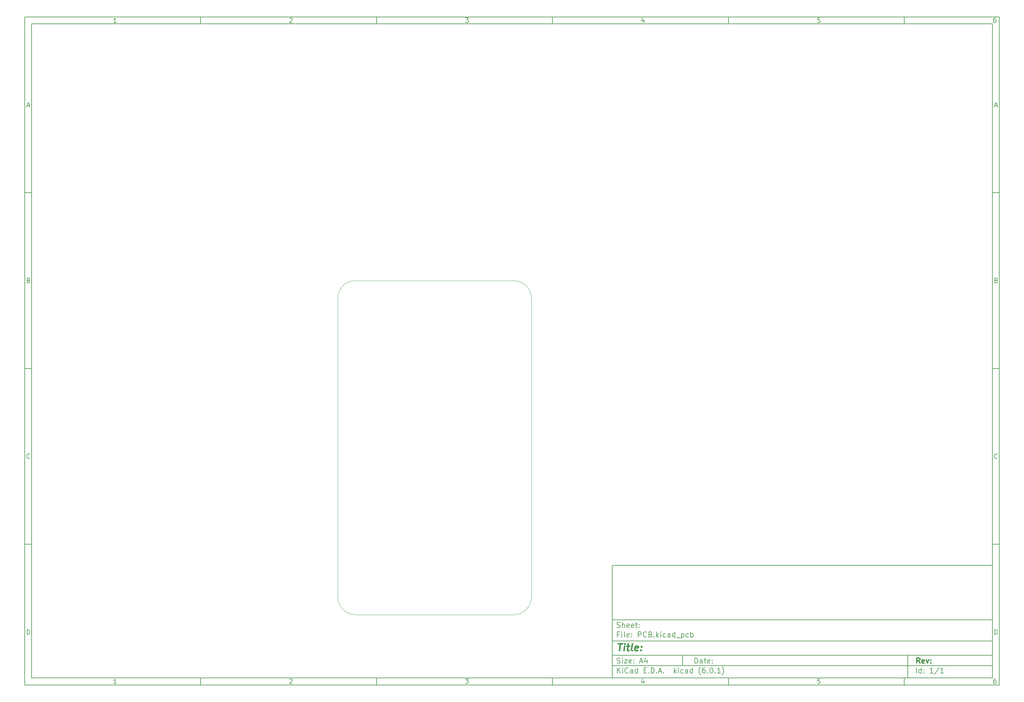
<source format=gbr>
G04 #@! TF.GenerationSoftware,KiCad,Pcbnew,(6.0.1)*
G04 #@! TF.CreationDate,2022-04-24T13:47:43-07:00*
G04 #@! TF.ProjectId,PCB,5043422e-6b69-4636-9164-5f7063625858,rev?*
G04 #@! TF.SameCoordinates,Original*
G04 #@! TF.FileFunction,Profile,NP*
%FSLAX46Y46*%
G04 Gerber Fmt 4.6, Leading zero omitted, Abs format (unit mm)*
G04 Created by KiCad (PCBNEW (6.0.1)) date 2022-04-24 13:47:43*
%MOMM*%
%LPD*%
G01*
G04 APERTURE LIST*
%ADD10C,0.100000*%
%ADD11C,0.150000*%
%ADD12C,0.300000*%
%ADD13C,0.400000*%
G04 #@! TA.AperFunction,Profile*
%ADD14C,0.100000*%
G04 #@! TD*
G04 APERTURE END LIST*
D10*
D11*
X177002200Y-166007200D02*
X177002200Y-198007200D01*
X285002200Y-198007200D01*
X285002200Y-166007200D01*
X177002200Y-166007200D01*
D10*
D11*
X10000000Y-10000000D02*
X10000000Y-200007200D01*
X287002200Y-200007200D01*
X287002200Y-10000000D01*
X10000000Y-10000000D01*
D10*
D11*
X12000000Y-12000000D02*
X12000000Y-198007200D01*
X285002200Y-198007200D01*
X285002200Y-12000000D01*
X12000000Y-12000000D01*
D10*
D11*
X60000000Y-12000000D02*
X60000000Y-10000000D01*
D10*
D11*
X110000000Y-12000000D02*
X110000000Y-10000000D01*
D10*
D11*
X160000000Y-12000000D02*
X160000000Y-10000000D01*
D10*
D11*
X210000000Y-12000000D02*
X210000000Y-10000000D01*
D10*
D11*
X260000000Y-12000000D02*
X260000000Y-10000000D01*
D10*
D11*
X36065476Y-11588095D02*
X35322619Y-11588095D01*
X35694047Y-11588095D02*
X35694047Y-10288095D01*
X35570238Y-10473809D01*
X35446428Y-10597619D01*
X35322619Y-10659523D01*
D10*
D11*
X85322619Y-10411904D02*
X85384523Y-10350000D01*
X85508333Y-10288095D01*
X85817857Y-10288095D01*
X85941666Y-10350000D01*
X86003571Y-10411904D01*
X86065476Y-10535714D01*
X86065476Y-10659523D01*
X86003571Y-10845238D01*
X85260714Y-11588095D01*
X86065476Y-11588095D01*
D10*
D11*
X135260714Y-10288095D02*
X136065476Y-10288095D01*
X135632142Y-10783333D01*
X135817857Y-10783333D01*
X135941666Y-10845238D01*
X136003571Y-10907142D01*
X136065476Y-11030952D01*
X136065476Y-11340476D01*
X136003571Y-11464285D01*
X135941666Y-11526190D01*
X135817857Y-11588095D01*
X135446428Y-11588095D01*
X135322619Y-11526190D01*
X135260714Y-11464285D01*
D10*
D11*
X185941666Y-10721428D02*
X185941666Y-11588095D01*
X185632142Y-10226190D02*
X185322619Y-11154761D01*
X186127380Y-11154761D01*
D10*
D11*
X236003571Y-10288095D02*
X235384523Y-10288095D01*
X235322619Y-10907142D01*
X235384523Y-10845238D01*
X235508333Y-10783333D01*
X235817857Y-10783333D01*
X235941666Y-10845238D01*
X236003571Y-10907142D01*
X236065476Y-11030952D01*
X236065476Y-11340476D01*
X236003571Y-11464285D01*
X235941666Y-11526190D01*
X235817857Y-11588095D01*
X235508333Y-11588095D01*
X235384523Y-11526190D01*
X235322619Y-11464285D01*
D10*
D11*
X285941666Y-10288095D02*
X285694047Y-10288095D01*
X285570238Y-10350000D01*
X285508333Y-10411904D01*
X285384523Y-10597619D01*
X285322619Y-10845238D01*
X285322619Y-11340476D01*
X285384523Y-11464285D01*
X285446428Y-11526190D01*
X285570238Y-11588095D01*
X285817857Y-11588095D01*
X285941666Y-11526190D01*
X286003571Y-11464285D01*
X286065476Y-11340476D01*
X286065476Y-11030952D01*
X286003571Y-10907142D01*
X285941666Y-10845238D01*
X285817857Y-10783333D01*
X285570238Y-10783333D01*
X285446428Y-10845238D01*
X285384523Y-10907142D01*
X285322619Y-11030952D01*
D10*
D11*
X60000000Y-198007200D02*
X60000000Y-200007200D01*
D10*
D11*
X110000000Y-198007200D02*
X110000000Y-200007200D01*
D10*
D11*
X160000000Y-198007200D02*
X160000000Y-200007200D01*
D10*
D11*
X210000000Y-198007200D02*
X210000000Y-200007200D01*
D10*
D11*
X260000000Y-198007200D02*
X260000000Y-200007200D01*
D10*
D11*
X36065476Y-199595295D02*
X35322619Y-199595295D01*
X35694047Y-199595295D02*
X35694047Y-198295295D01*
X35570238Y-198481009D01*
X35446428Y-198604819D01*
X35322619Y-198666723D01*
D10*
D11*
X85322619Y-198419104D02*
X85384523Y-198357200D01*
X85508333Y-198295295D01*
X85817857Y-198295295D01*
X85941666Y-198357200D01*
X86003571Y-198419104D01*
X86065476Y-198542914D01*
X86065476Y-198666723D01*
X86003571Y-198852438D01*
X85260714Y-199595295D01*
X86065476Y-199595295D01*
D10*
D11*
X135260714Y-198295295D02*
X136065476Y-198295295D01*
X135632142Y-198790533D01*
X135817857Y-198790533D01*
X135941666Y-198852438D01*
X136003571Y-198914342D01*
X136065476Y-199038152D01*
X136065476Y-199347676D01*
X136003571Y-199471485D01*
X135941666Y-199533390D01*
X135817857Y-199595295D01*
X135446428Y-199595295D01*
X135322619Y-199533390D01*
X135260714Y-199471485D01*
D10*
D11*
X185941666Y-198728628D02*
X185941666Y-199595295D01*
X185632142Y-198233390D02*
X185322619Y-199161961D01*
X186127380Y-199161961D01*
D10*
D11*
X236003571Y-198295295D02*
X235384523Y-198295295D01*
X235322619Y-198914342D01*
X235384523Y-198852438D01*
X235508333Y-198790533D01*
X235817857Y-198790533D01*
X235941666Y-198852438D01*
X236003571Y-198914342D01*
X236065476Y-199038152D01*
X236065476Y-199347676D01*
X236003571Y-199471485D01*
X235941666Y-199533390D01*
X235817857Y-199595295D01*
X235508333Y-199595295D01*
X235384523Y-199533390D01*
X235322619Y-199471485D01*
D10*
D11*
X285941666Y-198295295D02*
X285694047Y-198295295D01*
X285570238Y-198357200D01*
X285508333Y-198419104D01*
X285384523Y-198604819D01*
X285322619Y-198852438D01*
X285322619Y-199347676D01*
X285384523Y-199471485D01*
X285446428Y-199533390D01*
X285570238Y-199595295D01*
X285817857Y-199595295D01*
X285941666Y-199533390D01*
X286003571Y-199471485D01*
X286065476Y-199347676D01*
X286065476Y-199038152D01*
X286003571Y-198914342D01*
X285941666Y-198852438D01*
X285817857Y-198790533D01*
X285570238Y-198790533D01*
X285446428Y-198852438D01*
X285384523Y-198914342D01*
X285322619Y-199038152D01*
D10*
D11*
X10000000Y-60000000D02*
X12000000Y-60000000D01*
D10*
D11*
X10000000Y-110000000D02*
X12000000Y-110000000D01*
D10*
D11*
X10000000Y-160000000D02*
X12000000Y-160000000D01*
D10*
D11*
X10690476Y-35216666D02*
X11309523Y-35216666D01*
X10566666Y-35588095D02*
X11000000Y-34288095D01*
X11433333Y-35588095D01*
D10*
D11*
X11092857Y-84907142D02*
X11278571Y-84969047D01*
X11340476Y-85030952D01*
X11402380Y-85154761D01*
X11402380Y-85340476D01*
X11340476Y-85464285D01*
X11278571Y-85526190D01*
X11154761Y-85588095D01*
X10659523Y-85588095D01*
X10659523Y-84288095D01*
X11092857Y-84288095D01*
X11216666Y-84350000D01*
X11278571Y-84411904D01*
X11340476Y-84535714D01*
X11340476Y-84659523D01*
X11278571Y-84783333D01*
X11216666Y-84845238D01*
X11092857Y-84907142D01*
X10659523Y-84907142D01*
D10*
D11*
X11402380Y-135464285D02*
X11340476Y-135526190D01*
X11154761Y-135588095D01*
X11030952Y-135588095D01*
X10845238Y-135526190D01*
X10721428Y-135402380D01*
X10659523Y-135278571D01*
X10597619Y-135030952D01*
X10597619Y-134845238D01*
X10659523Y-134597619D01*
X10721428Y-134473809D01*
X10845238Y-134350000D01*
X11030952Y-134288095D01*
X11154761Y-134288095D01*
X11340476Y-134350000D01*
X11402380Y-134411904D01*
D10*
D11*
X10659523Y-185588095D02*
X10659523Y-184288095D01*
X10969047Y-184288095D01*
X11154761Y-184350000D01*
X11278571Y-184473809D01*
X11340476Y-184597619D01*
X11402380Y-184845238D01*
X11402380Y-185030952D01*
X11340476Y-185278571D01*
X11278571Y-185402380D01*
X11154761Y-185526190D01*
X10969047Y-185588095D01*
X10659523Y-185588095D01*
D10*
D11*
X287002200Y-60000000D02*
X285002200Y-60000000D01*
D10*
D11*
X287002200Y-110000000D02*
X285002200Y-110000000D01*
D10*
D11*
X287002200Y-160000000D02*
X285002200Y-160000000D01*
D10*
D11*
X285692676Y-35216666D02*
X286311723Y-35216666D01*
X285568866Y-35588095D02*
X286002200Y-34288095D01*
X286435533Y-35588095D01*
D10*
D11*
X286095057Y-84907142D02*
X286280771Y-84969047D01*
X286342676Y-85030952D01*
X286404580Y-85154761D01*
X286404580Y-85340476D01*
X286342676Y-85464285D01*
X286280771Y-85526190D01*
X286156961Y-85588095D01*
X285661723Y-85588095D01*
X285661723Y-84288095D01*
X286095057Y-84288095D01*
X286218866Y-84350000D01*
X286280771Y-84411904D01*
X286342676Y-84535714D01*
X286342676Y-84659523D01*
X286280771Y-84783333D01*
X286218866Y-84845238D01*
X286095057Y-84907142D01*
X285661723Y-84907142D01*
D10*
D11*
X286404580Y-135464285D02*
X286342676Y-135526190D01*
X286156961Y-135588095D01*
X286033152Y-135588095D01*
X285847438Y-135526190D01*
X285723628Y-135402380D01*
X285661723Y-135278571D01*
X285599819Y-135030952D01*
X285599819Y-134845238D01*
X285661723Y-134597619D01*
X285723628Y-134473809D01*
X285847438Y-134350000D01*
X286033152Y-134288095D01*
X286156961Y-134288095D01*
X286342676Y-134350000D01*
X286404580Y-134411904D01*
D10*
D11*
X285661723Y-185588095D02*
X285661723Y-184288095D01*
X285971247Y-184288095D01*
X286156961Y-184350000D01*
X286280771Y-184473809D01*
X286342676Y-184597619D01*
X286404580Y-184845238D01*
X286404580Y-185030952D01*
X286342676Y-185278571D01*
X286280771Y-185402380D01*
X286156961Y-185526190D01*
X285971247Y-185588095D01*
X285661723Y-185588095D01*
D10*
D11*
X200434342Y-193785771D02*
X200434342Y-192285771D01*
X200791485Y-192285771D01*
X201005771Y-192357200D01*
X201148628Y-192500057D01*
X201220057Y-192642914D01*
X201291485Y-192928628D01*
X201291485Y-193142914D01*
X201220057Y-193428628D01*
X201148628Y-193571485D01*
X201005771Y-193714342D01*
X200791485Y-193785771D01*
X200434342Y-193785771D01*
X202577200Y-193785771D02*
X202577200Y-193000057D01*
X202505771Y-192857200D01*
X202362914Y-192785771D01*
X202077200Y-192785771D01*
X201934342Y-192857200D01*
X202577200Y-193714342D02*
X202434342Y-193785771D01*
X202077200Y-193785771D01*
X201934342Y-193714342D01*
X201862914Y-193571485D01*
X201862914Y-193428628D01*
X201934342Y-193285771D01*
X202077200Y-193214342D01*
X202434342Y-193214342D01*
X202577200Y-193142914D01*
X203077200Y-192785771D02*
X203648628Y-192785771D01*
X203291485Y-192285771D02*
X203291485Y-193571485D01*
X203362914Y-193714342D01*
X203505771Y-193785771D01*
X203648628Y-193785771D01*
X204720057Y-193714342D02*
X204577200Y-193785771D01*
X204291485Y-193785771D01*
X204148628Y-193714342D01*
X204077200Y-193571485D01*
X204077200Y-193000057D01*
X204148628Y-192857200D01*
X204291485Y-192785771D01*
X204577200Y-192785771D01*
X204720057Y-192857200D01*
X204791485Y-193000057D01*
X204791485Y-193142914D01*
X204077200Y-193285771D01*
X205434342Y-193642914D02*
X205505771Y-193714342D01*
X205434342Y-193785771D01*
X205362914Y-193714342D01*
X205434342Y-193642914D01*
X205434342Y-193785771D01*
X205434342Y-192857200D02*
X205505771Y-192928628D01*
X205434342Y-193000057D01*
X205362914Y-192928628D01*
X205434342Y-192857200D01*
X205434342Y-193000057D01*
D10*
D11*
X177002200Y-194507200D02*
X285002200Y-194507200D01*
D10*
D11*
X178434342Y-196585771D02*
X178434342Y-195085771D01*
X179291485Y-196585771D02*
X178648628Y-195728628D01*
X179291485Y-195085771D02*
X178434342Y-195942914D01*
X179934342Y-196585771D02*
X179934342Y-195585771D01*
X179934342Y-195085771D02*
X179862914Y-195157200D01*
X179934342Y-195228628D01*
X180005771Y-195157200D01*
X179934342Y-195085771D01*
X179934342Y-195228628D01*
X181505771Y-196442914D02*
X181434342Y-196514342D01*
X181220057Y-196585771D01*
X181077200Y-196585771D01*
X180862914Y-196514342D01*
X180720057Y-196371485D01*
X180648628Y-196228628D01*
X180577200Y-195942914D01*
X180577200Y-195728628D01*
X180648628Y-195442914D01*
X180720057Y-195300057D01*
X180862914Y-195157200D01*
X181077200Y-195085771D01*
X181220057Y-195085771D01*
X181434342Y-195157200D01*
X181505771Y-195228628D01*
X182791485Y-196585771D02*
X182791485Y-195800057D01*
X182720057Y-195657200D01*
X182577200Y-195585771D01*
X182291485Y-195585771D01*
X182148628Y-195657200D01*
X182791485Y-196514342D02*
X182648628Y-196585771D01*
X182291485Y-196585771D01*
X182148628Y-196514342D01*
X182077200Y-196371485D01*
X182077200Y-196228628D01*
X182148628Y-196085771D01*
X182291485Y-196014342D01*
X182648628Y-196014342D01*
X182791485Y-195942914D01*
X184148628Y-196585771D02*
X184148628Y-195085771D01*
X184148628Y-196514342D02*
X184005771Y-196585771D01*
X183720057Y-196585771D01*
X183577200Y-196514342D01*
X183505771Y-196442914D01*
X183434342Y-196300057D01*
X183434342Y-195871485D01*
X183505771Y-195728628D01*
X183577200Y-195657200D01*
X183720057Y-195585771D01*
X184005771Y-195585771D01*
X184148628Y-195657200D01*
X186005771Y-195800057D02*
X186505771Y-195800057D01*
X186720057Y-196585771D02*
X186005771Y-196585771D01*
X186005771Y-195085771D01*
X186720057Y-195085771D01*
X187362914Y-196442914D02*
X187434342Y-196514342D01*
X187362914Y-196585771D01*
X187291485Y-196514342D01*
X187362914Y-196442914D01*
X187362914Y-196585771D01*
X188077200Y-196585771D02*
X188077200Y-195085771D01*
X188434342Y-195085771D01*
X188648628Y-195157200D01*
X188791485Y-195300057D01*
X188862914Y-195442914D01*
X188934342Y-195728628D01*
X188934342Y-195942914D01*
X188862914Y-196228628D01*
X188791485Y-196371485D01*
X188648628Y-196514342D01*
X188434342Y-196585771D01*
X188077200Y-196585771D01*
X189577200Y-196442914D02*
X189648628Y-196514342D01*
X189577200Y-196585771D01*
X189505771Y-196514342D01*
X189577200Y-196442914D01*
X189577200Y-196585771D01*
X190220057Y-196157200D02*
X190934342Y-196157200D01*
X190077200Y-196585771D02*
X190577200Y-195085771D01*
X191077200Y-196585771D01*
X191577200Y-196442914D02*
X191648628Y-196514342D01*
X191577200Y-196585771D01*
X191505771Y-196514342D01*
X191577200Y-196442914D01*
X191577200Y-196585771D01*
X194577200Y-196585771D02*
X194577200Y-195085771D01*
X194720057Y-196014342D02*
X195148628Y-196585771D01*
X195148628Y-195585771D02*
X194577200Y-196157200D01*
X195791485Y-196585771D02*
X195791485Y-195585771D01*
X195791485Y-195085771D02*
X195720057Y-195157200D01*
X195791485Y-195228628D01*
X195862914Y-195157200D01*
X195791485Y-195085771D01*
X195791485Y-195228628D01*
X197148628Y-196514342D02*
X197005771Y-196585771D01*
X196720057Y-196585771D01*
X196577200Y-196514342D01*
X196505771Y-196442914D01*
X196434342Y-196300057D01*
X196434342Y-195871485D01*
X196505771Y-195728628D01*
X196577200Y-195657200D01*
X196720057Y-195585771D01*
X197005771Y-195585771D01*
X197148628Y-195657200D01*
X198434342Y-196585771D02*
X198434342Y-195800057D01*
X198362914Y-195657200D01*
X198220057Y-195585771D01*
X197934342Y-195585771D01*
X197791485Y-195657200D01*
X198434342Y-196514342D02*
X198291485Y-196585771D01*
X197934342Y-196585771D01*
X197791485Y-196514342D01*
X197720057Y-196371485D01*
X197720057Y-196228628D01*
X197791485Y-196085771D01*
X197934342Y-196014342D01*
X198291485Y-196014342D01*
X198434342Y-195942914D01*
X199791485Y-196585771D02*
X199791485Y-195085771D01*
X199791485Y-196514342D02*
X199648628Y-196585771D01*
X199362914Y-196585771D01*
X199220057Y-196514342D01*
X199148628Y-196442914D01*
X199077200Y-196300057D01*
X199077200Y-195871485D01*
X199148628Y-195728628D01*
X199220057Y-195657200D01*
X199362914Y-195585771D01*
X199648628Y-195585771D01*
X199791485Y-195657200D01*
X202077200Y-197157200D02*
X202005771Y-197085771D01*
X201862914Y-196871485D01*
X201791485Y-196728628D01*
X201720057Y-196514342D01*
X201648628Y-196157200D01*
X201648628Y-195871485D01*
X201720057Y-195514342D01*
X201791485Y-195300057D01*
X201862914Y-195157200D01*
X202005771Y-194942914D01*
X202077200Y-194871485D01*
X203291485Y-195085771D02*
X203005771Y-195085771D01*
X202862914Y-195157200D01*
X202791485Y-195228628D01*
X202648628Y-195442914D01*
X202577200Y-195728628D01*
X202577200Y-196300057D01*
X202648628Y-196442914D01*
X202720057Y-196514342D01*
X202862914Y-196585771D01*
X203148628Y-196585771D01*
X203291485Y-196514342D01*
X203362914Y-196442914D01*
X203434342Y-196300057D01*
X203434342Y-195942914D01*
X203362914Y-195800057D01*
X203291485Y-195728628D01*
X203148628Y-195657200D01*
X202862914Y-195657200D01*
X202720057Y-195728628D01*
X202648628Y-195800057D01*
X202577200Y-195942914D01*
X204077200Y-196442914D02*
X204148628Y-196514342D01*
X204077200Y-196585771D01*
X204005771Y-196514342D01*
X204077200Y-196442914D01*
X204077200Y-196585771D01*
X205077200Y-195085771D02*
X205220057Y-195085771D01*
X205362914Y-195157200D01*
X205434342Y-195228628D01*
X205505771Y-195371485D01*
X205577200Y-195657200D01*
X205577200Y-196014342D01*
X205505771Y-196300057D01*
X205434342Y-196442914D01*
X205362914Y-196514342D01*
X205220057Y-196585771D01*
X205077200Y-196585771D01*
X204934342Y-196514342D01*
X204862914Y-196442914D01*
X204791485Y-196300057D01*
X204720057Y-196014342D01*
X204720057Y-195657200D01*
X204791485Y-195371485D01*
X204862914Y-195228628D01*
X204934342Y-195157200D01*
X205077200Y-195085771D01*
X206220057Y-196442914D02*
X206291485Y-196514342D01*
X206220057Y-196585771D01*
X206148628Y-196514342D01*
X206220057Y-196442914D01*
X206220057Y-196585771D01*
X207720057Y-196585771D02*
X206862914Y-196585771D01*
X207291485Y-196585771D02*
X207291485Y-195085771D01*
X207148628Y-195300057D01*
X207005771Y-195442914D01*
X206862914Y-195514342D01*
X208220057Y-197157200D02*
X208291485Y-197085771D01*
X208434342Y-196871485D01*
X208505771Y-196728628D01*
X208577200Y-196514342D01*
X208648628Y-196157200D01*
X208648628Y-195871485D01*
X208577200Y-195514342D01*
X208505771Y-195300057D01*
X208434342Y-195157200D01*
X208291485Y-194942914D01*
X208220057Y-194871485D01*
D10*
D11*
X177002200Y-191507200D02*
X285002200Y-191507200D01*
D10*
D12*
X264411485Y-193785771D02*
X263911485Y-193071485D01*
X263554342Y-193785771D02*
X263554342Y-192285771D01*
X264125771Y-192285771D01*
X264268628Y-192357200D01*
X264340057Y-192428628D01*
X264411485Y-192571485D01*
X264411485Y-192785771D01*
X264340057Y-192928628D01*
X264268628Y-193000057D01*
X264125771Y-193071485D01*
X263554342Y-193071485D01*
X265625771Y-193714342D02*
X265482914Y-193785771D01*
X265197200Y-193785771D01*
X265054342Y-193714342D01*
X264982914Y-193571485D01*
X264982914Y-193000057D01*
X265054342Y-192857200D01*
X265197200Y-192785771D01*
X265482914Y-192785771D01*
X265625771Y-192857200D01*
X265697200Y-193000057D01*
X265697200Y-193142914D01*
X264982914Y-193285771D01*
X266197200Y-192785771D02*
X266554342Y-193785771D01*
X266911485Y-192785771D01*
X267482914Y-193642914D02*
X267554342Y-193714342D01*
X267482914Y-193785771D01*
X267411485Y-193714342D01*
X267482914Y-193642914D01*
X267482914Y-193785771D01*
X267482914Y-192857200D02*
X267554342Y-192928628D01*
X267482914Y-193000057D01*
X267411485Y-192928628D01*
X267482914Y-192857200D01*
X267482914Y-193000057D01*
D10*
D11*
X178362914Y-193714342D02*
X178577200Y-193785771D01*
X178934342Y-193785771D01*
X179077200Y-193714342D01*
X179148628Y-193642914D01*
X179220057Y-193500057D01*
X179220057Y-193357200D01*
X179148628Y-193214342D01*
X179077200Y-193142914D01*
X178934342Y-193071485D01*
X178648628Y-193000057D01*
X178505771Y-192928628D01*
X178434342Y-192857200D01*
X178362914Y-192714342D01*
X178362914Y-192571485D01*
X178434342Y-192428628D01*
X178505771Y-192357200D01*
X178648628Y-192285771D01*
X179005771Y-192285771D01*
X179220057Y-192357200D01*
X179862914Y-193785771D02*
X179862914Y-192785771D01*
X179862914Y-192285771D02*
X179791485Y-192357200D01*
X179862914Y-192428628D01*
X179934342Y-192357200D01*
X179862914Y-192285771D01*
X179862914Y-192428628D01*
X180434342Y-192785771D02*
X181220057Y-192785771D01*
X180434342Y-193785771D01*
X181220057Y-193785771D01*
X182362914Y-193714342D02*
X182220057Y-193785771D01*
X181934342Y-193785771D01*
X181791485Y-193714342D01*
X181720057Y-193571485D01*
X181720057Y-193000057D01*
X181791485Y-192857200D01*
X181934342Y-192785771D01*
X182220057Y-192785771D01*
X182362914Y-192857200D01*
X182434342Y-193000057D01*
X182434342Y-193142914D01*
X181720057Y-193285771D01*
X183077200Y-193642914D02*
X183148628Y-193714342D01*
X183077200Y-193785771D01*
X183005771Y-193714342D01*
X183077200Y-193642914D01*
X183077200Y-193785771D01*
X183077200Y-192857200D02*
X183148628Y-192928628D01*
X183077200Y-193000057D01*
X183005771Y-192928628D01*
X183077200Y-192857200D01*
X183077200Y-193000057D01*
X184862914Y-193357200D02*
X185577200Y-193357200D01*
X184720057Y-193785771D02*
X185220057Y-192285771D01*
X185720057Y-193785771D01*
X186862914Y-192785771D02*
X186862914Y-193785771D01*
X186505771Y-192214342D02*
X186148628Y-193285771D01*
X187077200Y-193285771D01*
D10*
D11*
X263434342Y-196585771D02*
X263434342Y-195085771D01*
X264791485Y-196585771D02*
X264791485Y-195085771D01*
X264791485Y-196514342D02*
X264648628Y-196585771D01*
X264362914Y-196585771D01*
X264220057Y-196514342D01*
X264148628Y-196442914D01*
X264077200Y-196300057D01*
X264077200Y-195871485D01*
X264148628Y-195728628D01*
X264220057Y-195657200D01*
X264362914Y-195585771D01*
X264648628Y-195585771D01*
X264791485Y-195657200D01*
X265505771Y-196442914D02*
X265577200Y-196514342D01*
X265505771Y-196585771D01*
X265434342Y-196514342D01*
X265505771Y-196442914D01*
X265505771Y-196585771D01*
X265505771Y-195657200D02*
X265577200Y-195728628D01*
X265505771Y-195800057D01*
X265434342Y-195728628D01*
X265505771Y-195657200D01*
X265505771Y-195800057D01*
X268148628Y-196585771D02*
X267291485Y-196585771D01*
X267720057Y-196585771D02*
X267720057Y-195085771D01*
X267577200Y-195300057D01*
X267434342Y-195442914D01*
X267291485Y-195514342D01*
X269862914Y-195014342D02*
X268577200Y-196942914D01*
X271148628Y-196585771D02*
X270291485Y-196585771D01*
X270720057Y-196585771D02*
X270720057Y-195085771D01*
X270577200Y-195300057D01*
X270434342Y-195442914D01*
X270291485Y-195514342D01*
D10*
D11*
X177002200Y-187507200D02*
X285002200Y-187507200D01*
D10*
D13*
X178714580Y-188211961D02*
X179857438Y-188211961D01*
X179036009Y-190211961D02*
X179286009Y-188211961D01*
X180274104Y-190211961D02*
X180440771Y-188878628D01*
X180524104Y-188211961D02*
X180416961Y-188307200D01*
X180500295Y-188402438D01*
X180607438Y-188307200D01*
X180524104Y-188211961D01*
X180500295Y-188402438D01*
X181107438Y-188878628D02*
X181869342Y-188878628D01*
X181476485Y-188211961D02*
X181262200Y-189926247D01*
X181333628Y-190116723D01*
X181512200Y-190211961D01*
X181702676Y-190211961D01*
X182655057Y-190211961D02*
X182476485Y-190116723D01*
X182405057Y-189926247D01*
X182619342Y-188211961D01*
X184190771Y-190116723D02*
X183988390Y-190211961D01*
X183607438Y-190211961D01*
X183428866Y-190116723D01*
X183357438Y-189926247D01*
X183452676Y-189164342D01*
X183571723Y-188973866D01*
X183774104Y-188878628D01*
X184155057Y-188878628D01*
X184333628Y-188973866D01*
X184405057Y-189164342D01*
X184381247Y-189354819D01*
X183405057Y-189545295D01*
X185155057Y-190021485D02*
X185238390Y-190116723D01*
X185131247Y-190211961D01*
X185047914Y-190116723D01*
X185155057Y-190021485D01*
X185131247Y-190211961D01*
X185286009Y-188973866D02*
X185369342Y-189069104D01*
X185262200Y-189164342D01*
X185178866Y-189069104D01*
X185286009Y-188973866D01*
X185262200Y-189164342D01*
D10*
D11*
X178934342Y-185600057D02*
X178434342Y-185600057D01*
X178434342Y-186385771D02*
X178434342Y-184885771D01*
X179148628Y-184885771D01*
X179720057Y-186385771D02*
X179720057Y-185385771D01*
X179720057Y-184885771D02*
X179648628Y-184957200D01*
X179720057Y-185028628D01*
X179791485Y-184957200D01*
X179720057Y-184885771D01*
X179720057Y-185028628D01*
X180648628Y-186385771D02*
X180505771Y-186314342D01*
X180434342Y-186171485D01*
X180434342Y-184885771D01*
X181791485Y-186314342D02*
X181648628Y-186385771D01*
X181362914Y-186385771D01*
X181220057Y-186314342D01*
X181148628Y-186171485D01*
X181148628Y-185600057D01*
X181220057Y-185457200D01*
X181362914Y-185385771D01*
X181648628Y-185385771D01*
X181791485Y-185457200D01*
X181862914Y-185600057D01*
X181862914Y-185742914D01*
X181148628Y-185885771D01*
X182505771Y-186242914D02*
X182577200Y-186314342D01*
X182505771Y-186385771D01*
X182434342Y-186314342D01*
X182505771Y-186242914D01*
X182505771Y-186385771D01*
X182505771Y-185457200D02*
X182577200Y-185528628D01*
X182505771Y-185600057D01*
X182434342Y-185528628D01*
X182505771Y-185457200D01*
X182505771Y-185600057D01*
X184362914Y-186385771D02*
X184362914Y-184885771D01*
X184934342Y-184885771D01*
X185077200Y-184957200D01*
X185148628Y-185028628D01*
X185220057Y-185171485D01*
X185220057Y-185385771D01*
X185148628Y-185528628D01*
X185077200Y-185600057D01*
X184934342Y-185671485D01*
X184362914Y-185671485D01*
X186720057Y-186242914D02*
X186648628Y-186314342D01*
X186434342Y-186385771D01*
X186291485Y-186385771D01*
X186077200Y-186314342D01*
X185934342Y-186171485D01*
X185862914Y-186028628D01*
X185791485Y-185742914D01*
X185791485Y-185528628D01*
X185862914Y-185242914D01*
X185934342Y-185100057D01*
X186077200Y-184957200D01*
X186291485Y-184885771D01*
X186434342Y-184885771D01*
X186648628Y-184957200D01*
X186720057Y-185028628D01*
X187862914Y-185600057D02*
X188077200Y-185671485D01*
X188148628Y-185742914D01*
X188220057Y-185885771D01*
X188220057Y-186100057D01*
X188148628Y-186242914D01*
X188077200Y-186314342D01*
X187934342Y-186385771D01*
X187362914Y-186385771D01*
X187362914Y-184885771D01*
X187862914Y-184885771D01*
X188005771Y-184957200D01*
X188077200Y-185028628D01*
X188148628Y-185171485D01*
X188148628Y-185314342D01*
X188077200Y-185457200D01*
X188005771Y-185528628D01*
X187862914Y-185600057D01*
X187362914Y-185600057D01*
X188862914Y-186242914D02*
X188934342Y-186314342D01*
X188862914Y-186385771D01*
X188791485Y-186314342D01*
X188862914Y-186242914D01*
X188862914Y-186385771D01*
X189577200Y-186385771D02*
X189577200Y-184885771D01*
X189720057Y-185814342D02*
X190148628Y-186385771D01*
X190148628Y-185385771D02*
X189577200Y-185957200D01*
X190791485Y-186385771D02*
X190791485Y-185385771D01*
X190791485Y-184885771D02*
X190720057Y-184957200D01*
X190791485Y-185028628D01*
X190862914Y-184957200D01*
X190791485Y-184885771D01*
X190791485Y-185028628D01*
X192148628Y-186314342D02*
X192005771Y-186385771D01*
X191720057Y-186385771D01*
X191577200Y-186314342D01*
X191505771Y-186242914D01*
X191434342Y-186100057D01*
X191434342Y-185671485D01*
X191505771Y-185528628D01*
X191577200Y-185457200D01*
X191720057Y-185385771D01*
X192005771Y-185385771D01*
X192148628Y-185457200D01*
X193434342Y-186385771D02*
X193434342Y-185600057D01*
X193362914Y-185457200D01*
X193220057Y-185385771D01*
X192934342Y-185385771D01*
X192791485Y-185457200D01*
X193434342Y-186314342D02*
X193291485Y-186385771D01*
X192934342Y-186385771D01*
X192791485Y-186314342D01*
X192720057Y-186171485D01*
X192720057Y-186028628D01*
X192791485Y-185885771D01*
X192934342Y-185814342D01*
X193291485Y-185814342D01*
X193434342Y-185742914D01*
X194791485Y-186385771D02*
X194791485Y-184885771D01*
X194791485Y-186314342D02*
X194648628Y-186385771D01*
X194362914Y-186385771D01*
X194220057Y-186314342D01*
X194148628Y-186242914D01*
X194077200Y-186100057D01*
X194077200Y-185671485D01*
X194148628Y-185528628D01*
X194220057Y-185457200D01*
X194362914Y-185385771D01*
X194648628Y-185385771D01*
X194791485Y-185457200D01*
X195148628Y-186528628D02*
X196291485Y-186528628D01*
X196648628Y-185385771D02*
X196648628Y-186885771D01*
X196648628Y-185457200D02*
X196791485Y-185385771D01*
X197077200Y-185385771D01*
X197220057Y-185457200D01*
X197291485Y-185528628D01*
X197362914Y-185671485D01*
X197362914Y-186100057D01*
X197291485Y-186242914D01*
X197220057Y-186314342D01*
X197077200Y-186385771D01*
X196791485Y-186385771D01*
X196648628Y-186314342D01*
X198648628Y-186314342D02*
X198505771Y-186385771D01*
X198220057Y-186385771D01*
X198077200Y-186314342D01*
X198005771Y-186242914D01*
X197934342Y-186100057D01*
X197934342Y-185671485D01*
X198005771Y-185528628D01*
X198077200Y-185457200D01*
X198220057Y-185385771D01*
X198505771Y-185385771D01*
X198648628Y-185457200D01*
X199291485Y-186385771D02*
X199291485Y-184885771D01*
X199291485Y-185457200D02*
X199434342Y-185385771D01*
X199720057Y-185385771D01*
X199862914Y-185457200D01*
X199934342Y-185528628D01*
X200005771Y-185671485D01*
X200005771Y-186100057D01*
X199934342Y-186242914D01*
X199862914Y-186314342D01*
X199720057Y-186385771D01*
X199434342Y-186385771D01*
X199291485Y-186314342D01*
D10*
D11*
X177002200Y-181507200D02*
X285002200Y-181507200D01*
D10*
D11*
X178362914Y-183614342D02*
X178577200Y-183685771D01*
X178934342Y-183685771D01*
X179077200Y-183614342D01*
X179148628Y-183542914D01*
X179220057Y-183400057D01*
X179220057Y-183257200D01*
X179148628Y-183114342D01*
X179077200Y-183042914D01*
X178934342Y-182971485D01*
X178648628Y-182900057D01*
X178505771Y-182828628D01*
X178434342Y-182757200D01*
X178362914Y-182614342D01*
X178362914Y-182471485D01*
X178434342Y-182328628D01*
X178505771Y-182257200D01*
X178648628Y-182185771D01*
X179005771Y-182185771D01*
X179220057Y-182257200D01*
X179862914Y-183685771D02*
X179862914Y-182185771D01*
X180505771Y-183685771D02*
X180505771Y-182900057D01*
X180434342Y-182757200D01*
X180291485Y-182685771D01*
X180077200Y-182685771D01*
X179934342Y-182757200D01*
X179862914Y-182828628D01*
X181791485Y-183614342D02*
X181648628Y-183685771D01*
X181362914Y-183685771D01*
X181220057Y-183614342D01*
X181148628Y-183471485D01*
X181148628Y-182900057D01*
X181220057Y-182757200D01*
X181362914Y-182685771D01*
X181648628Y-182685771D01*
X181791485Y-182757200D01*
X181862914Y-182900057D01*
X181862914Y-183042914D01*
X181148628Y-183185771D01*
X183077200Y-183614342D02*
X182934342Y-183685771D01*
X182648628Y-183685771D01*
X182505771Y-183614342D01*
X182434342Y-183471485D01*
X182434342Y-182900057D01*
X182505771Y-182757200D01*
X182648628Y-182685771D01*
X182934342Y-182685771D01*
X183077200Y-182757200D01*
X183148628Y-182900057D01*
X183148628Y-183042914D01*
X182434342Y-183185771D01*
X183577200Y-182685771D02*
X184148628Y-182685771D01*
X183791485Y-182185771D02*
X183791485Y-183471485D01*
X183862914Y-183614342D01*
X184005771Y-183685771D01*
X184148628Y-183685771D01*
X184648628Y-183542914D02*
X184720057Y-183614342D01*
X184648628Y-183685771D01*
X184577200Y-183614342D01*
X184648628Y-183542914D01*
X184648628Y-183685771D01*
X184648628Y-182757200D02*
X184720057Y-182828628D01*
X184648628Y-182900057D01*
X184577200Y-182828628D01*
X184648628Y-182757200D01*
X184648628Y-182900057D01*
D10*
D12*
D10*
D11*
D10*
D11*
D10*
D11*
D10*
D11*
D10*
D11*
X197002200Y-191507200D02*
X197002200Y-194507200D01*
D10*
D11*
X261002200Y-191507200D02*
X261002200Y-198007200D01*
D14*
X154000000Y-90000000D02*
G75*
G03*
X149000000Y-85000000I-5000000J0D01*
G01*
X154000000Y-90000000D02*
X154000000Y-175000000D01*
X99000000Y-175000000D02*
G75*
G03*
X104000000Y-180000000I5000000J0D01*
G01*
X104000000Y-85000000D02*
X149000000Y-85000000D01*
X99000000Y-90000000D02*
X99000000Y-175000000D01*
X104000000Y-180000000D02*
X149000000Y-180000000D01*
X149000000Y-180000000D02*
G75*
G03*
X154000000Y-175000000I0J5000000D01*
G01*
X104000000Y-85000000D02*
G75*
G03*
X99000000Y-90000000I0J-5000000D01*
G01*
M02*

</source>
